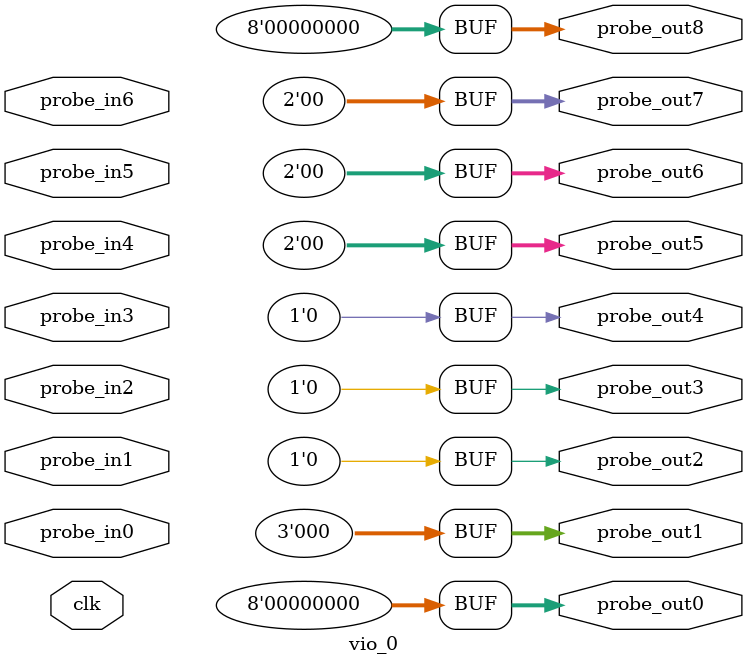
<source format=v>
`timescale 1ns / 1ps
module vio_0 (
clk,
probe_in0,probe_in1,probe_in2,probe_in3,probe_in4,probe_in5,probe_in6,
probe_out0,
probe_out1,
probe_out2,
probe_out3,
probe_out4,
probe_out5,
probe_out6,
probe_out7,
probe_out8
);

input clk;
input [7 : 0] probe_in0;
input [0 : 0] probe_in1;
input [0 : 0] probe_in2;
input [8 : 0] probe_in3;
input [8 : 0] probe_in4;
input [7 : 0] probe_in5;
input [7 : 0] probe_in6;

output reg [7 : 0] probe_out0 = 'h00 ;
output reg [2 : 0] probe_out1 = 'h0 ;
output reg [0 : 0] probe_out2 = 'h0 ;
output reg [0 : 0] probe_out3 = 'h0 ;
output reg [0 : 0] probe_out4 = 'h0 ;
output reg [1 : 0] probe_out5 = 'h0 ;
output reg [1 : 0] probe_out6 = 'h0 ;
output reg [1 : 0] probe_out7 = 'h0 ;
output reg [7 : 0] probe_out8 = 'h00 ;


endmodule

</source>
